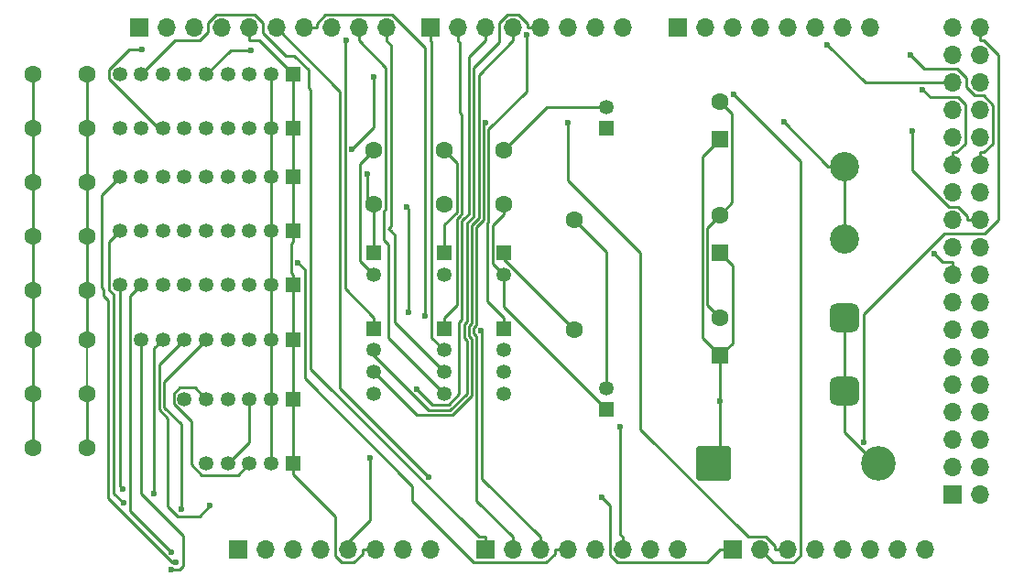
<source format=gbr>
%TF.GenerationSoftware,KiCad,Pcbnew,9.0.3*%
%TF.CreationDate,2026-02-23T11:54:41+01:00*%
%TF.ProjectId,Arduino Shield,41726475-696e-46f2-9053-6869656c642e,rev?*%
%TF.SameCoordinates,Original*%
%TF.FileFunction,Copper,L2,Bot*%
%TF.FilePolarity,Positive*%
%FSLAX46Y46*%
G04 Gerber Fmt 4.6, Leading zero omitted, Abs format (unit mm)*
G04 Created by KiCad (PCBNEW 9.0.3) date 2026-02-23 11:54:41*
%MOMM*%
%LPD*%
G01*
G04 APERTURE LIST*
G04 Aperture macros list*
%AMRoundRect*
0 Rectangle with rounded corners*
0 $1 Rounding radius*
0 $2 $3 $4 $5 $6 $7 $8 $9 X,Y pos of 4 corners*
0 Add a 4 corners polygon primitive as box body*
4,1,4,$2,$3,$4,$5,$6,$7,$8,$9,$2,$3,0*
0 Add four circle primitives for the rounded corners*
1,1,$1+$1,$2,$3*
1,1,$1+$1,$4,$5*
1,1,$1+$1,$6,$7*
1,1,$1+$1,$8,$9*
0 Add four rect primitives between the rounded corners*
20,1,$1+$1,$2,$3,$4,$5,0*
20,1,$1+$1,$4,$5,$6,$7,0*
20,1,$1+$1,$6,$7,$8,$9,0*
20,1,$1+$1,$8,$9,$2,$3,0*%
G04 Aperture macros list end*
%TA.AperFunction,Conductor*%
%ADD10C,0.150000*%
%TD*%
%TA.AperFunction,ComponentPad*%
%ADD11R,1.700000X1.700000*%
%TD*%
%TA.AperFunction,ComponentPad*%
%ADD12O,1.700000X1.700000*%
%TD*%
%TA.AperFunction,ComponentPad*%
%ADD13RoundRect,0.675000X0.675000X-0.675000X0.675000X0.675000X-0.675000X0.675000X-0.675000X-0.675000X0*%
%TD*%
%TA.AperFunction,ComponentPad*%
%ADD14C,2.700000*%
%TD*%
%TA.AperFunction,ComponentPad*%
%ADD15C,1.600000*%
%TD*%
%TA.AperFunction,ComponentPad*%
%ADD16R,1.350000X1.350000*%
%TD*%
%TA.AperFunction,ComponentPad*%
%ADD17C,1.350000*%
%TD*%
%TA.AperFunction,ComponentPad*%
%ADD18RoundRect,0.250000X-1.350000X-1.350000X1.350000X-1.350000X1.350000X1.350000X-1.350000X1.350000X0*%
%TD*%
%TA.AperFunction,ComponentPad*%
%ADD19C,3.200000*%
%TD*%
%TA.AperFunction,ComponentPad*%
%ADD20RoundRect,0.250000X0.550000X-0.550000X0.550000X0.550000X-0.550000X0.550000X-0.550000X-0.550000X0*%
%TD*%
%TA.AperFunction,ViaPad*%
%ADD21C,0.600000*%
%TD*%
%TA.AperFunction,Conductor*%
%ADD22C,0.250000*%
%TD*%
G04 APERTURE END LIST*
D10*
%TO.N,GND*%
X114000000Y-78500000D02*
X114000000Y-82500000D01*
%TD*%
D11*
%TO.P,J7,1,Pin_1*%
%TO.N,GND*%
X193980000Y-92380000D03*
D12*
%TO.P,J7,2,Pin_2*%
X196520000Y-92380000D03*
%TO.P,J7,3,Pin_3*%
%TO.N,SPI_SCK*%
X193980000Y-89840000D03*
%TO.P,J7,4,Pin_4*%
%TO.N,SD_CS*%
X196520000Y-89840000D03*
%TO.P,J7,5,Pin_5*%
%TO.N,SPI_MISO*%
X193980000Y-87300000D03*
%TO.P,J7,6,Pin_6*%
%TO.N,SPI_MOSI*%
X196520000Y-87300000D03*
%TO.P,J7,7,Pin_7*%
%TO.N,SHARED_RST*%
X193980000Y-84760000D03*
%TO.P,J7,8,Pin_8*%
%TO.N,CH_MAIN_SCR_DC*%
X196520000Y-84760000D03*
%TO.P,J7,9,Pin_9*%
%TO.N,CH5_ENC_SW*%
X193980000Y-82220000D03*
%TO.P,J7,10,Pin_10*%
%TO.N,/47*%
X196520000Y-82220000D03*
%TO.P,J7,11,Pin_11*%
%TO.N,CH5_ENC_CLK*%
X193980000Y-79680000D03*
%TO.P,J7,12,Pin_12*%
%TO.N,CH5_ENC_DT*%
X196520000Y-79680000D03*
%TO.P,J7,13,Pin_13*%
%TO.N,CH5_SCR_CS*%
X193980000Y-77140000D03*
%TO.P,J7,14,Pin_14*%
%TO.N,CH5_SCR_DC*%
X196520000Y-77140000D03*
%TO.P,J7,15,Pin_15*%
%TO.N,CH4_ENC_DT*%
X193980000Y-74600000D03*
%TO.P,J7,16,Pin_16*%
%TO.N,CH4_ENC_SW*%
X196520000Y-74600000D03*
%TO.P,J7,17,Pin_17*%
%TO.N,CH4_SCR_DC*%
X193980000Y-72060000D03*
%TO.P,J7,18,Pin_18*%
%TO.N,CH4_ENC_CLK*%
X196520000Y-72060000D03*
%TO.P,J7,19,Pin_19*%
%TO.N,CH3_ENC_SW*%
X193980000Y-69520000D03*
%TO.P,J7,20,Pin_20*%
%TO.N,CH4_SCR_CS*%
X196520000Y-69520000D03*
%TO.P,J7,21,Pin_21*%
%TO.N,CH3_ENC_CLK*%
X193980000Y-66980000D03*
%TO.P,J7,22,Pin_22*%
%TO.N,CH3_ENC_DT*%
X196520000Y-66980000D03*
%TO.P,J7,23,Pin_23*%
%TO.N,CH3_SCR_CS*%
X193980000Y-64440000D03*
%TO.P,J7,24,Pin_24*%
%TO.N,CH3_SCR_DC*%
X196520000Y-64440000D03*
%TO.P,J7,25,Pin_25*%
%TO.N,CH2_ENC_DT*%
X193980000Y-61900000D03*
%TO.P,J7,26,Pin_26*%
%TO.N,CH2_ENC_SW*%
X196520000Y-61900000D03*
%TO.P,J7,27,Pin_27*%
%TO.N,CH2_SCR_DC*%
X193980000Y-59360000D03*
%TO.P,J7,28,Pin_28*%
%TO.N,CH2_ENC_CLK*%
X196520000Y-59360000D03*
%TO.P,J7,29,Pin_29*%
%TO.N,CH1_ENC_SW*%
X193980000Y-56820000D03*
%TO.P,J7,30,Pin_30*%
%TO.N,CH2_SCR_CS*%
X196520000Y-56820000D03*
%TO.P,J7,31,Pin_31*%
%TO.N,CH1_ENC_CLK*%
X193980000Y-54280000D03*
%TO.P,J7,32,Pin_32*%
%TO.N,CH1_ENC_DT*%
X196520000Y-54280000D03*
%TO.P,J7,33,Pin_33*%
%TO.N,CH1_SCR_CS*%
X193980000Y-51740000D03*
%TO.P,J7,34,Pin_34*%
%TO.N,CH1_SCR_DC*%
X196520000Y-51740000D03*
%TO.P,J7,35,Pin_35*%
%TO.N,+5V*%
X193980000Y-49200000D03*
%TO.P,J7,36,Pin_36*%
X196520000Y-49200000D03*
%TD*%
D11*
%TO.P,J1,1,Pin_1*%
%TO.N,unconnected-(J1-Pin_1-Pad1)*%
X127940000Y-97460000D03*
D12*
%TO.P,J1,2,Pin_2*%
%TO.N,/IOREF*%
X130480000Y-97460000D03*
%TO.P,J1,3,Pin_3*%
%TO.N,/~{RESET}*%
X133020000Y-97460000D03*
%TO.P,J1,4,Pin_4*%
%TO.N,+3V3*%
X135560000Y-97460000D03*
%TO.P,J1,5,Pin_5*%
%TO.N,+5V*%
X138100000Y-97460000D03*
%TO.P,J1,6,Pin_6*%
%TO.N,GND*%
X140640000Y-97460000D03*
%TO.P,J1,7,Pin_7*%
X143180000Y-97460000D03*
%TO.P,J1,8,Pin_8*%
%TO.N,VCC*%
X145720000Y-97460000D03*
%TD*%
D11*
%TO.P,J3,1,Pin_1*%
%TO.N,CH1_FADER_OUT*%
X150800000Y-97460000D03*
D12*
%TO.P,J3,2,Pin_2*%
%TO.N,CH2_FADER_OUT*%
X153340000Y-97460000D03*
%TO.P,J3,3,Pin_3*%
%TO.N,CH3_FADER_OUT*%
X155880000Y-97460000D03*
%TO.P,J3,4,Pin_4*%
%TO.N,CH4_FADER_OUT*%
X158420000Y-97460000D03*
%TO.P,J3,5,Pin_5*%
%TO.N,CH5_FADER_OUT*%
X160960000Y-97460000D03*
%TO.P,J3,6,Pin_6*%
%TO.N,CH_MAIN_SCR_CS*%
X163500000Y-97460000D03*
%TO.P,J3,7,Pin_7*%
%TO.N,CH_MAIN_ENC_CLK*%
X166040000Y-97460000D03*
%TO.P,J3,8,Pin_8*%
%TO.N,CH_MAIN_ENC_DT*%
X168580000Y-97460000D03*
%TD*%
D11*
%TO.P,J5,1,Pin_1*%
%TO.N,CH_MAIN_ENC_SW*%
X173660000Y-97460000D03*
D12*
%TO.P,J5,2,Pin_2*%
%TO.N,CH1_SCR_RST*%
X176200000Y-97460000D03*
%TO.P,J5,3,Pin_3*%
%TO.N,CH2_SCR_RST*%
X178740000Y-97460000D03*
%TO.P,J5,4,Pin_4*%
%TO.N,CH3_SCR_RST*%
X181280000Y-97460000D03*
%TO.P,J5,5,Pin_5*%
%TO.N,CH4_SCR_RST*%
X183820000Y-97460000D03*
%TO.P,J5,6,Pin_6*%
%TO.N,CH5_SCR_RST*%
X186360000Y-97460000D03*
%TO.P,J5,7,Pin_7*%
%TO.N,MAIN_SCR_RST*%
X188900000Y-97460000D03*
%TO.P,J5,8,Pin_8*%
%TO.N,/A15*%
X191440000Y-97460000D03*
%TD*%
D11*
%TO.P,J2,1,Pin_1*%
%TO.N,/SCL{slash}21*%
X118796000Y-49200000D03*
D12*
%TO.P,J2,2,Pin_2*%
%TO.N,/SDA{slash}20*%
X121336000Y-49200000D03*
%TO.P,J2,3,Pin_3*%
%TO.N,/AREF*%
X123876000Y-49200000D03*
%TO.P,J2,4,Pin_4*%
%TO.N,GND*%
X126416000Y-49200000D03*
%TO.P,J2,5,Pin_5*%
X128956000Y-49200000D03*
%TO.P,J2,6,Pin_6*%
%TO.N,SCR_BL_PWM*%
X131496000Y-49200000D03*
%TO.P,J2,7,Pin_7*%
%TO.N,CH5_MOTOR_B*%
X134036000Y-49200000D03*
%TO.P,J2,8,Pin_8*%
%TO.N,CH5_MOTOR_A*%
X136576000Y-49200000D03*
%TO.P,J2,9,Pin_9*%
%TO.N,CH4_MOTOR_B*%
X139116000Y-49200000D03*
%TO.P,J2,10,Pin_10*%
%TO.N,CH4_MOTOR_A*%
X141656000Y-49200000D03*
%TD*%
D11*
%TO.P,J4,1,Pin_1*%
%TO.N,CH3_MOTOR_B*%
X145720000Y-49200000D03*
D12*
%TO.P,J4,2,Pin_2*%
%TO.N,CH3_MOTOR_A*%
X148260000Y-49200000D03*
%TO.P,J4,3,Pin_3*%
%TO.N,CH2_MOTOR_B*%
X150800000Y-49200000D03*
%TO.P,J4,4,Pin_4*%
%TO.N,CH2_MOTOR_A*%
X153340000Y-49200000D03*
%TO.P,J4,5,Pin_5*%
%TO.N,CH1_MOTOR_B*%
X155880000Y-49200000D03*
%TO.P,J4,6,Pin_6*%
%TO.N,CH1_MOTOR_A*%
X158420000Y-49200000D03*
%TO.P,J4,7,Pin_7*%
%TO.N,/TX0{slash}1*%
X160960000Y-49200000D03*
%TO.P,J4,8,Pin_8*%
%TO.N,/RX0{slash}0*%
X163500000Y-49200000D03*
%TD*%
D11*
%TO.P,J6,1,Pin_1*%
%TO.N,/TX3{slash}14*%
X168580000Y-49200000D03*
D12*
%TO.P,J6,2,Pin_2*%
%TO.N,/RX3{slash}15*%
X171120000Y-49200000D03*
%TO.P,J6,3,Pin_3*%
%TO.N,/TX2{slash}16*%
X173660000Y-49200000D03*
%TO.P,J6,4,Pin_4*%
%TO.N,/RX2{slash}17*%
X176200000Y-49200000D03*
%TO.P,J6,5,Pin_5*%
%TO.N,/TX1{slash}18*%
X178740000Y-49200000D03*
%TO.P,J6,6,Pin_6*%
%TO.N,/RX1{slash}19*%
X181280000Y-49200000D03*
%TO.P,J6,7,Pin_7*%
%TO.N,/SDA{slash}20*%
X183820000Y-49200000D03*
%TO.P,J6,8,Pin_8*%
%TO.N,/SCL{slash}21*%
X186360000Y-49200000D03*
%TD*%
D13*
%TO.P,F1,1*%
%TO.N,Net-(D1-A)*%
X184000000Y-82800000D03*
X184000000Y-76040000D03*
D14*
%TO.P,F1,2*%
%TO.N,Net-(J18-Pin_1)*%
X184000000Y-68760000D03*
X184000000Y-62000000D03*
%TD*%
D15*
%TO.P,C15,1*%
%TO.N,GND*%
X114000000Y-78000000D03*
%TO.P,C15,2*%
%TO.N,E_VCC*%
X109000000Y-78000000D03*
%TD*%
%TO.P,C8,1*%
%TO.N,E_VCC*%
X152500000Y-65500000D03*
%TO.P,C8,2*%
%TO.N,GND*%
X152500000Y-60500000D03*
%TD*%
D16*
%TO.P,J22,1,Pin_1*%
%TO.N,GND*%
X140500000Y-70000000D03*
D17*
%TO.P,J22,2,Pin_2*%
%TO.N,E_VCC*%
X140500000Y-72000000D03*
%TD*%
D15*
%TO.P,C9,1*%
%TO.N,GND*%
X114000000Y-83000000D03*
%TO.P,C9,2*%
%TO.N,E_VCC*%
X109000000Y-83000000D03*
%TD*%
D16*
%TO.P,J9,1,Pin_1*%
%TO.N,GND*%
X133000000Y-53500000D03*
D17*
%TO.P,J9,2,Pin_2*%
%TO.N,E_VCC*%
X131000000Y-53500000D03*
%TO.P,J9,3,Pin_3*%
%TO.N,CH1_SCR_CS*%
X129000000Y-53500000D03*
%TO.P,J9,4,Pin_4*%
%TO.N,CH1_SCR_DC*%
X127000000Y-53500000D03*
%TO.P,J9,5,Pin_5*%
%TO.N,CH1_ENC_CLK*%
X125000000Y-53500000D03*
%TO.P,J9,6,Pin_6*%
%TO.N,CH1_ENC_DT*%
X123000000Y-53500000D03*
%TO.P,J9,7,Pin_7*%
%TO.N,CH1_ENC_SW*%
X121000000Y-53500000D03*
%TO.P,J9,8,Pin_8*%
%TO.N,CH1_FADER_OUT*%
X119000000Y-53500000D03*
%TO.P,J9,9,Pin_9*%
%TO.N,CH1_SCR_RST*%
X117000000Y-53500000D03*
%TD*%
D16*
%TO.P,J19,1,Pin_1*%
%TO.N,GND*%
X152500000Y-70000000D03*
D17*
%TO.P,J19,2,Pin_2*%
%TO.N,E_VCC*%
X152500000Y-72000000D03*
%TD*%
D15*
%TO.P,C7,1*%
%TO.N,E_VCC*%
X147000000Y-65500000D03*
%TO.P,C7,2*%
%TO.N,GND*%
X147000000Y-60500000D03*
%TD*%
%TO.P,C13,1*%
%TO.N,GND*%
X114000000Y-73500000D03*
%TO.P,C13,2*%
%TO.N,E_VCC*%
X109000000Y-73500000D03*
%TD*%
D16*
%TO.P,J14,1,Pin_1*%
%TO.N,GND*%
X133000000Y-78000000D03*
D17*
%TO.P,J14,2,Pin_2*%
%TO.N,E_VCC*%
X131000000Y-78000000D03*
%TO.P,J14,3,Pin_3*%
%TO.N,CH_MAIN_SCR_CS*%
X129000000Y-78000000D03*
%TO.P,J14,4,Pin_4*%
%TO.N,CH_MAIN_SCR_DC*%
X127000000Y-78000000D03*
%TO.P,J14,5,Pin_5*%
%TO.N,CH_MAIN_ENC_CLK*%
X125000000Y-78000000D03*
%TO.P,J14,6,Pin_6*%
%TO.N,CH_MAIN_ENC_DT*%
X123000000Y-78000000D03*
%TO.P,J14,7,Pin_7*%
%TO.N,CH_MAIN_ENC_SW*%
X121000000Y-78000000D03*
%TO.P,J14,8,Pin_8*%
%TO.N,MAIN_SCR_RST*%
X119000000Y-78000000D03*
%TD*%
D16*
%TO.P,J12,1,Pin_1*%
%TO.N,GND*%
X133000000Y-68000000D03*
D17*
%TO.P,J12,2,Pin_2*%
%TO.N,E_VCC*%
X131000000Y-68000000D03*
%TO.P,J12,3,Pin_3*%
%TO.N,CH4_SCR_CS*%
X129000000Y-68000000D03*
%TO.P,J12,4,Pin_4*%
%TO.N,CH4_SCR_DC*%
X127000000Y-68000000D03*
%TO.P,J12,5,Pin_5*%
%TO.N,CH4_ENC_CLK*%
X125000000Y-68000000D03*
%TO.P,J12,6,Pin_6*%
%TO.N,CH4_ENC_DT*%
X123000000Y-68000000D03*
%TO.P,J12,7,Pin_7*%
%TO.N,CH4_ENC_SW*%
X121000000Y-68000000D03*
%TO.P,J12,8,Pin_8*%
%TO.N,CH4_FADER_OUT*%
X119000000Y-68000000D03*
%TO.P,J12,9,Pin_9*%
%TO.N,CH4_SCR_RST*%
X117000000Y-68000000D03*
%TD*%
D16*
%TO.P,J21,1,Pin_1*%
%TO.N,GND*%
X147000000Y-70000000D03*
D17*
%TO.P,J21,2,Pin_2*%
%TO.N,E_VCC*%
X147000000Y-72000000D03*
%TD*%
D18*
%TO.P,D1,1,K*%
%TO.N,E_VCC*%
X171880000Y-89500000D03*
D19*
%TO.P,D1,2,A*%
%TO.N,Net-(D1-A)*%
X187120000Y-89500000D03*
%TD*%
D20*
%TO.P,C2,1*%
%TO.N,E_VCC*%
X172500000Y-70000000D03*
D15*
%TO.P,C2,2*%
%TO.N,GND*%
X172500000Y-66500000D03*
%TD*%
%TO.P,C14,1*%
%TO.N,GND*%
X114000000Y-68500000D03*
%TO.P,C14,2*%
%TO.N,E_VCC*%
X109000000Y-68500000D03*
%TD*%
D16*
%TO.P,J23,1,Pin_1*%
%TO.N,E_VCC*%
X162000000Y-84500000D03*
D17*
%TO.P,J23,2,Pin_2*%
%TO.N,Net-(J23-Pin_2)*%
X162000000Y-82500000D03*
%TD*%
D16*
%TO.P,J18,1,Pin_1*%
%TO.N,Net-(J18-Pin_1)*%
X162000000Y-58500000D03*
D17*
%TO.P,J18,2,Pin_2*%
%TO.N,GND*%
X162000000Y-56500000D03*
%TD*%
D16*
%TO.P,J15,1,Pin_1*%
%TO.N,CH5_MOTOR_A*%
X152500000Y-77000000D03*
D17*
%TO.P,J15,2,Pin_2*%
%TO.N,CH5_MOTOR_B*%
X152500000Y-79000000D03*
%TO.P,J15,3,Pin_3*%
%TO.N,unconnected-(J15-Pin_3-Pad3)*%
X152500000Y-81000000D03*
%TO.P,J15,4,Pin_4*%
%TO.N,unconnected-(J15-Pin_4-Pad4)*%
X152500000Y-83000000D03*
%TD*%
D16*
%TO.P,J8,1,Pin_1*%
%TO.N,GND*%
X133000000Y-89500000D03*
D17*
%TO.P,J8,2,Pin_2*%
%TO.N,E_VCC*%
X131000000Y-89500000D03*
%TO.P,J8,3,Pin_3*%
%TO.N,SPI_SCK*%
X129000000Y-89500000D03*
%TO.P,J8,4,Pin_4*%
%TO.N,SPI_MOSI*%
X127000000Y-89500000D03*
%TO.P,J8,5,Pin_5*%
%TO.N,SCR_BL_PWM*%
X125000000Y-89500000D03*
%TD*%
D20*
%TO.P,C1,1*%
%TO.N,E_VCC*%
X172500000Y-59500000D03*
D15*
%TO.P,C1,2*%
%TO.N,GND*%
X172500000Y-56000000D03*
%TD*%
%TO.P,C6,1*%
%TO.N,GND*%
X140500000Y-65500000D03*
%TO.P,C6,2*%
%TO.N,E_VCC*%
X140500000Y-60500000D03*
%TD*%
%TO.P,C10,1*%
%TO.N,GND*%
X114000000Y-53500000D03*
%TO.P,C10,2*%
%TO.N,E_VCC*%
X109000000Y-53500000D03*
%TD*%
D20*
%TO.P,C3,1*%
%TO.N,E_VCC*%
X172500000Y-79500000D03*
D15*
%TO.P,C3,2*%
%TO.N,GND*%
X172500000Y-76000000D03*
%TD*%
D16*
%TO.P,J10,1,Pin_1*%
%TO.N,GND*%
X133000000Y-58500000D03*
D17*
%TO.P,J10,2,Pin_2*%
%TO.N,E_VCC*%
X131000000Y-58500000D03*
%TO.P,J10,3,Pin_3*%
%TO.N,CH2_SCR_CS*%
X129000000Y-58500000D03*
%TO.P,J10,4,Pin_4*%
%TO.N,CH2_SCR_DC*%
X127000000Y-58500000D03*
%TO.P,J10,5,Pin_5*%
%TO.N,CH2_ENC_CLK*%
X125000000Y-58500000D03*
%TO.P,J10,6,Pin_6*%
%TO.N,CH2_ENC_DT*%
X123000000Y-58500000D03*
%TO.P,J10,7,Pin_7*%
%TO.N,CH2_ENC_SW*%
X121000000Y-58500000D03*
%TO.P,J10,8,Pin_8*%
%TO.N,CH2_FADER_OUT*%
X119000000Y-58500000D03*
%TO.P,J10,9,Pin_9*%
%TO.N,CH2_SCR_RST*%
X117000000Y-58500000D03*
%TD*%
D16*
%TO.P,J11,1,Pin_1*%
%TO.N,GND*%
X133000000Y-63000000D03*
D17*
%TO.P,J11,2,Pin_2*%
%TO.N,E_VCC*%
X131000000Y-63000000D03*
%TO.P,J11,3,Pin_3*%
%TO.N,CH3_SCR_CS*%
X129000000Y-63000000D03*
%TO.P,J11,4,Pin_4*%
%TO.N,CH3_SCR_DC*%
X127000000Y-63000000D03*
%TO.P,J11,5,Pin_5*%
%TO.N,CH3_ENC_CLK*%
X125000000Y-63000000D03*
%TO.P,J11,6,Pin_6*%
%TO.N,CH3_ENC_DT*%
X123000000Y-63000000D03*
%TO.P,J11,7,Pin_7*%
%TO.N,CH3_ENC_SW*%
X121000000Y-63000000D03*
%TO.P,J11,8,Pin_8*%
%TO.N,CH3_FADER_OUT*%
X119000000Y-63000000D03*
%TO.P,J11,9,Pin_9*%
%TO.N,CH3_SCR_RST*%
X117000000Y-63000000D03*
%TD*%
D16*
%TO.P,J17,1,Pin_1*%
%TO.N,CH1_MOTOR_A*%
X140500000Y-77000000D03*
D17*
%TO.P,J17,2,Pin_2*%
%TO.N,CH1_MOTOR_B*%
X140500000Y-79000000D03*
%TO.P,J17,3,Pin_3*%
%TO.N,CH2_MOTOR_A*%
X140500000Y-81000000D03*
%TO.P,J17,4,Pin_4*%
%TO.N,CH2_MOTOR_B*%
X140500000Y-83000000D03*
%TD*%
D15*
%TO.P,C11,1*%
%TO.N,GND*%
X114000000Y-58500000D03*
%TO.P,C11,2*%
%TO.N,E_VCC*%
X109000000Y-58500000D03*
%TD*%
%TO.P,R1,1*%
%TO.N,Net-(J23-Pin_2)*%
X159000000Y-66920000D03*
%TO.P,R1,2*%
%TO.N,GND*%
X159000000Y-77080000D03*
%TD*%
%TO.P,C4,1*%
%TO.N,GND*%
X114000000Y-88000000D03*
%TO.P,C4,2*%
%TO.N,E_VCC*%
X109000000Y-88000000D03*
%TD*%
%TO.P,C12,1*%
%TO.N,GND*%
X114000000Y-63500000D03*
%TO.P,C12,2*%
%TO.N,E_VCC*%
X109000000Y-63500000D03*
%TD*%
D16*
%TO.P,J16,1,Pin_1*%
%TO.N,CH3_MOTOR_A*%
X147000000Y-77000000D03*
D17*
%TO.P,J16,2,Pin_2*%
%TO.N,CH3_MOTOR_B*%
X147000000Y-79000000D03*
%TO.P,J16,3,Pin_3*%
%TO.N,CH4_MOTOR_A*%
X147000000Y-81000000D03*
%TO.P,J16,4,Pin_4*%
%TO.N,CH4_MOTOR_B*%
X147000000Y-83000000D03*
%TD*%
D16*
%TO.P,J13,1,Pin_1*%
%TO.N,GND*%
X133000000Y-73000000D03*
D17*
%TO.P,J13,2,Pin_2*%
%TO.N,E_VCC*%
X131000000Y-73000000D03*
%TO.P,J13,3,Pin_3*%
%TO.N,CH5_SCR_CS*%
X129000000Y-73000000D03*
%TO.P,J13,4,Pin_4*%
%TO.N,CH5_SCR_DC*%
X127000000Y-73000000D03*
%TO.P,J13,5,Pin_5*%
%TO.N,CH5_ENC_CLK*%
X125000000Y-73000000D03*
%TO.P,J13,6,Pin_6*%
%TO.N,CH5_ENC_DT*%
X123000000Y-73000000D03*
%TO.P,J13,7,Pin_7*%
%TO.N,CH5_ENC_SW*%
X121000000Y-73000000D03*
%TO.P,J13,8,Pin_8*%
%TO.N,CH5_FADER_OUT*%
X119000000Y-73000000D03*
%TO.P,J13,9,Pin_9*%
%TO.N,CH5_SCR_RST*%
X117000000Y-73000000D03*
%TD*%
D16*
%TO.P,J20,1,Pin_1*%
%TO.N,GND*%
X133000000Y-83500000D03*
D17*
%TO.P,J20,2,Pin_2*%
%TO.N,E_VCC*%
X131000000Y-83500000D03*
%TO.P,J20,3,Pin_3*%
%TO.N,SPI_MOSI*%
X129000000Y-83500000D03*
%TO.P,J20,4,Pin_4*%
%TO.N,SPI_MISO*%
X127000000Y-83500000D03*
%TO.P,J20,5,Pin_5*%
%TO.N,SPI_SCK*%
X125000000Y-83500000D03*
%TO.P,J20,6,Pin_6*%
%TO.N,SD_CS*%
X123000000Y-83500000D03*
%TD*%
D21*
%TO.N,GND*%
X139876600Y-62671800D03*
%TO.N,E_VCC*%
X172500000Y-83740200D03*
%TO.N,+5V*%
X185811400Y-87532800D03*
X140125000Y-89002000D03*
%TO.N,CH5_SCR_RST*%
X117282000Y-91840500D03*
%TO.N,MAIN_SCR_RST*%
X121748900Y-99304000D03*
%TO.N,CH3_SCR_RST*%
X122240000Y-98636700D03*
%TO.N,CH4_SCR_RST*%
X117352800Y-93149300D03*
%TO.N,CH1_SCR_RST*%
X173745900Y-55316200D03*
%TO.N,CH2_SCR_RST*%
X158480900Y-58001500D03*
%TO.N,Net-(J18-Pin_1)*%
X178382100Y-57900700D03*
%TO.N,SCR_BL_PWM*%
X145596000Y-90773400D03*
%TO.N,CH1_ENC_CLK*%
X182406500Y-50754800D03*
X129185900Y-51251200D03*
%TO.N,CH2_ENC_SW*%
X119091800Y-51195100D03*
X190081200Y-51721200D03*
%TO.N,CH2_FADER_OUT*%
X150813300Y-57964600D03*
%TO.N,CH2_ENC_DT*%
X191223100Y-54889500D03*
X140493100Y-53750600D03*
X138462100Y-60464900D03*
%TO.N,CH3_ENC_DT*%
X190249400Y-58713300D03*
%TO.N,CH3_FADER_OUT*%
X150383200Y-77227300D03*
X143531900Y-65772400D03*
X143704100Y-75536100D03*
%TO.N,CH4_FADER_OUT*%
X133489900Y-70906600D03*
%TO.N,CH4_SCR_DC*%
X192266800Y-70077000D03*
%TO.N,CH5_FADER_OUT*%
X121806300Y-97672700D03*
%TO.N,CH_MAIN_ENC_DT*%
X125350700Y-93399200D03*
%TO.N,CH_MAIN_ENC_CLK*%
X122672500Y-93712600D03*
%TO.N,CH_MAIN_ENC_SW*%
X120198500Y-92299400D03*
X161580600Y-92607200D03*
%TO.N,CH_MAIN_SCR_CS*%
X163262100Y-86098200D03*
%TO.N,CH5_MOTOR_A*%
X154610000Y-49851200D03*
%TO.N,CH5_MOTOR_B*%
X145204000Y-75797400D03*
%TO.N,CH2_MOTOR_B*%
X144481800Y-82584200D03*
%TO.N,CH1_MOTOR_A*%
X137974500Y-50373100D03*
%TD*%
D22*
%TO.N,GND*%
X133000000Y-63000000D02*
X133000000Y-68000000D01*
X114000000Y-73500000D02*
X114000000Y-78000000D01*
X162000000Y-56500000D02*
X156500000Y-56500000D01*
X133000000Y-83500000D02*
X133000000Y-89500000D01*
X173633800Y-65366200D02*
X172500000Y-66500000D01*
X128956000Y-49200000D02*
X128956000Y-50376700D01*
X173633800Y-57133800D02*
X173633800Y-65366200D01*
X133000000Y-69001700D02*
X132863200Y-69138500D01*
X133000000Y-83500000D02*
X133000000Y-78000000D01*
X114000000Y-68500000D02*
X114000000Y-73500000D01*
X133000000Y-53500000D02*
X133000000Y-58500000D01*
X147000000Y-60500000D02*
X148181200Y-61681200D01*
X133000000Y-89500000D02*
X133000000Y-90501700D01*
X136914200Y-98013900D02*
X136914200Y-94415900D01*
X114000000Y-53500000D02*
X114000000Y-58500000D01*
X114000000Y-63500000D02*
X114000000Y-58500000D01*
X133000000Y-53500000D02*
X129876700Y-50376700D01*
X132863200Y-69138500D02*
X132863200Y-71861500D01*
X159000000Y-77080000D02*
X152500000Y-70580000D01*
X140500000Y-70000000D02*
X140500000Y-65500000D01*
X137552600Y-98652300D02*
X136914200Y-98013900D01*
X172500000Y-76000000D02*
X171328400Y-74828400D01*
X139463300Y-97460000D02*
X139463300Y-97827700D01*
X114000000Y-83000000D02*
X114000000Y-88000000D01*
X148181200Y-61681200D02*
X148181200Y-66230000D01*
X138638700Y-98652300D02*
X137552600Y-98652300D01*
X148181200Y-66230000D02*
X147000000Y-67411200D01*
X139463300Y-97827700D02*
X138638700Y-98652300D01*
X129876700Y-50376700D02*
X128956000Y-50376700D01*
X140500000Y-65500000D02*
X139876600Y-64876600D01*
X132863200Y-71861500D02*
X133000000Y-71998300D01*
X133000000Y-73000000D02*
X133000000Y-71998300D01*
X133000000Y-78000000D02*
X133000000Y-73000000D01*
X171328400Y-74828400D02*
X171328400Y-67671600D01*
X172500000Y-56000000D02*
X173633800Y-57133800D01*
X139876600Y-64876600D02*
X139876600Y-62671800D01*
X133000000Y-63000000D02*
X133000000Y-58500000D01*
X171328400Y-67671600D02*
X172500000Y-66500000D01*
X114000000Y-63500000D02*
X114000000Y-68500000D01*
X156500000Y-56500000D02*
X152500000Y-60500000D01*
X147000000Y-67411200D02*
X147000000Y-68998300D01*
X136914200Y-94415900D02*
X133000000Y-90501700D01*
X147000000Y-70000000D02*
X147000000Y-68998300D01*
X152500000Y-70580000D02*
X152500000Y-70000000D01*
X140640000Y-97460000D02*
X139463300Y-97460000D01*
X133000000Y-68000000D02*
X133000000Y-69001700D01*
%TO.N,Net-(J23-Pin_2)*%
X162000000Y-69920000D02*
X162000000Y-82500000D01*
X159000000Y-66920000D02*
X162000000Y-69920000D01*
%TO.N,E_VCC*%
X172500000Y-79500000D02*
X172500000Y-83740200D01*
X152500000Y-72000000D02*
X151478400Y-70978400D01*
X172500000Y-88880000D02*
X171880000Y-89500000D01*
X109000000Y-73500000D02*
X109000000Y-78000000D01*
X152500000Y-66402900D02*
X152500000Y-65500000D01*
X173642300Y-71142300D02*
X172500000Y-70000000D01*
X109000000Y-53500000D02*
X109000000Y-58500000D01*
X172500000Y-83740200D02*
X172500000Y-88880000D01*
X162000000Y-84500000D02*
X152500000Y-75000000D01*
X152500000Y-75000000D02*
X152500000Y-72000000D01*
X172500000Y-79500000D02*
X173642300Y-78357700D01*
X131000000Y-83500000D02*
X131000000Y-78000000D01*
X109000000Y-88000000D02*
X109000000Y-83000000D01*
X131000000Y-89500000D02*
X131000000Y-83500000D01*
X109000000Y-63500000D02*
X109000000Y-58500000D01*
X131000000Y-53500000D02*
X131000000Y-58500000D01*
X140500000Y-60500000D02*
X139249900Y-61750100D01*
X151478400Y-70978400D02*
X151478400Y-67424500D01*
X139249900Y-61750100D02*
X139249900Y-70749900D01*
X131000000Y-78000000D02*
X131000000Y-73000000D01*
X131000000Y-63000000D02*
X131000000Y-58500000D01*
X172500000Y-59500000D02*
X170876700Y-61123300D01*
X131000000Y-68000000D02*
X131000000Y-63000000D01*
X131000000Y-73000000D02*
X131000000Y-68000000D01*
X139249900Y-70749900D02*
X140500000Y-72000000D01*
X109000000Y-73500000D02*
X109000000Y-68500000D01*
X109000000Y-78000000D02*
X109000000Y-83000000D01*
X170876700Y-77876700D02*
X172500000Y-79500000D01*
X109000000Y-68500000D02*
X109000000Y-63500000D01*
X173642300Y-78357700D02*
X173642300Y-71142300D01*
X151478400Y-67424500D02*
X152500000Y-66402900D01*
X170876700Y-61123300D02*
X170876700Y-77876700D01*
%TO.N,+5V*%
X138100000Y-97460000D02*
X138100000Y-96759100D01*
X196887700Y-50376700D02*
X198233600Y-51722600D01*
X196520000Y-50376700D02*
X196887700Y-50376700D01*
X198233600Y-66950500D02*
X196934100Y-68250000D01*
X193207600Y-68250000D02*
X185811400Y-75646200D01*
X140125000Y-94734100D02*
X140125000Y-89002000D01*
X185811400Y-75646200D02*
X185811400Y-87532800D01*
X196934100Y-68250000D02*
X193207600Y-68250000D01*
X198233600Y-51722600D02*
X198233600Y-66950500D01*
X196520000Y-49200000D02*
X196520000Y-50376700D01*
X138100000Y-96759100D02*
X140125000Y-94734100D01*
%TO.N,CH5_SCR_RST*%
X117000000Y-91558500D02*
X117282000Y-91840500D01*
X117000000Y-73000000D02*
X117000000Y-91558500D01*
%TO.N,MAIN_SCR_RST*%
X122540200Y-99304000D02*
X121748900Y-99304000D01*
X122902700Y-96175300D02*
X122902700Y-98941500D01*
X119000000Y-78000000D02*
X119000000Y-92272600D01*
X122902700Y-98941500D02*
X122540200Y-99304000D01*
X119000000Y-92272600D02*
X122902700Y-96175300D01*
%TO.N,CH3_SCR_RST*%
X115509900Y-73962300D02*
X115774500Y-74226900D01*
X115961600Y-92718000D02*
X115961600Y-74414000D01*
X115359500Y-73223900D02*
X115509900Y-73374300D01*
X115774500Y-74226900D02*
X115961600Y-74414000D01*
X115359500Y-73223900D02*
X115509900Y-73374300D01*
X115774500Y-74226900D02*
X115961600Y-74414000D01*
X122240000Y-98636700D02*
X121880300Y-98636700D01*
X121880300Y-98636700D02*
X115961600Y-92718000D01*
X115359500Y-73223900D02*
X115359500Y-64640500D01*
X115509900Y-73374300D02*
X115509900Y-73962300D01*
X115359500Y-64640500D02*
X117000000Y-63000000D01*
%TO.N,CH4_SCR_RST*%
X117352800Y-93149300D02*
X116480800Y-92277300D01*
X115998300Y-69001700D02*
X117000000Y-68000000D01*
X116480800Y-73897400D02*
X115998300Y-73414900D01*
X115998300Y-73414900D02*
X115998300Y-69001700D01*
X116480800Y-92277300D02*
X116480800Y-73897400D01*
%TO.N,CH1_SCR_RST*%
X179279400Y-98636700D02*
X179916700Y-97999400D01*
X179916700Y-97999400D02*
X179916700Y-61487000D01*
X179916700Y-61487000D02*
X173745900Y-55316200D01*
X176200000Y-97460000D02*
X177376700Y-98636700D01*
X177376700Y-98636700D02*
X179279400Y-98636700D01*
%TO.N,CH2_SCR_RST*%
X158480900Y-63275900D02*
X158480900Y-58001500D01*
X177563300Y-97460000D02*
X177563300Y-97092200D01*
X165168900Y-69963900D02*
X158480900Y-63275900D01*
X176754400Y-96283300D02*
X175129600Y-96283300D01*
X165168900Y-86322600D02*
X165168900Y-69963900D01*
X178740000Y-97460000D02*
X177563300Y-97460000D01*
X175129600Y-96283300D02*
X165168900Y-86322600D01*
X177563300Y-97092200D02*
X176754400Y-96283300D01*
%TO.N,Net-(D1-A)*%
X186892400Y-89500000D02*
X187120000Y-89500000D01*
X184000000Y-86607600D02*
X186892400Y-89500000D01*
X184000000Y-82800000D02*
X184000000Y-86607600D01*
X184000000Y-76040000D02*
X184000000Y-82800000D01*
%TO.N,Net-(J18-Pin_1)*%
X182481400Y-62000000D02*
X178382100Y-57900700D01*
X184000000Y-68760000D02*
X184000000Y-62000000D01*
X184000000Y-62000000D02*
X182481400Y-62000000D01*
%TO.N,SCR_BL_PWM*%
X131496000Y-49200000D02*
X137383700Y-55087700D01*
X137383700Y-55087700D02*
X137383700Y-82561100D01*
X137383700Y-82561100D02*
X145596000Y-90773400D01*
%TO.N,SPI_MOSI*%
X129000000Y-83500000D02*
X129000000Y-87500000D01*
X129000000Y-87500000D02*
X127000000Y-89500000D01*
%TO.N,SPI_SCK*%
X123972300Y-82472300D02*
X122574300Y-82472300D01*
X122574300Y-82472300D02*
X121996200Y-83050400D01*
X124561300Y-90534800D02*
X127965200Y-90534800D01*
X125000000Y-83500000D02*
X123972300Y-82472300D01*
X123602400Y-85555800D02*
X123602400Y-89575900D01*
X121996200Y-83050400D02*
X121996200Y-83949600D01*
X127965200Y-90534800D02*
X129000000Y-89500000D01*
X121996200Y-83949600D02*
X123602400Y-85555800D01*
X123602400Y-89575900D02*
X124561300Y-90534800D01*
%TO.N,CH1_ENC_CLK*%
X127248800Y-51251200D02*
X129185900Y-51251200D01*
X193980000Y-54280000D02*
X192803300Y-54280000D01*
X125000000Y-53500000D02*
X127248800Y-51251200D01*
X192803300Y-54280000D02*
X192786100Y-54262800D01*
X185914500Y-54262800D02*
X182406500Y-50754800D01*
X192786100Y-54262800D02*
X185914500Y-54262800D01*
%TO.N,CH1_FADER_OUT*%
X125930100Y-47995300D02*
X129447700Y-47995300D01*
X130226000Y-49650000D02*
X132358000Y-51782000D01*
X129447700Y-47995300D02*
X130226000Y-48773600D01*
X130226000Y-48773600D02*
X130226000Y-49650000D01*
X134475300Y-53102200D02*
X134475300Y-54746300D01*
X134475300Y-54746300D02*
X134657900Y-54928900D01*
X134475300Y-54746300D02*
X134657900Y-54928900D01*
X125146000Y-49631900D02*
X125146000Y-48779400D01*
X125146000Y-48779400D02*
X125930100Y-47995300D01*
X124401200Y-50376700D02*
X125146000Y-49631900D01*
X150219700Y-96283300D02*
X150800000Y-96283300D01*
X150800000Y-97460000D02*
X150800000Y-96283300D01*
X134657900Y-54928900D02*
X134657900Y-80721500D01*
X119000000Y-53500000D02*
X122123300Y-50376700D01*
X133155100Y-51782000D02*
X134475300Y-53102200D01*
X134657900Y-80721500D02*
X150219700Y-96283300D01*
X132358000Y-51782000D02*
X133155100Y-51782000D01*
X122123300Y-50376700D02*
X124401200Y-50376700D01*
%TO.N,CH2_ENC_SW*%
X115998300Y-53085100D02*
X115998300Y-53914900D01*
X194430500Y-52979100D02*
X191339100Y-52979100D01*
X196520000Y-61900000D02*
X196520000Y-60723300D01*
X120583400Y-58500000D02*
X121000000Y-58500000D01*
X119091800Y-51195100D02*
X117888300Y-51195100D01*
X196520000Y-60723300D02*
X196887700Y-60723300D01*
X196858600Y-55468200D02*
X196035000Y-55468200D01*
X197725400Y-56335000D02*
X196858600Y-55468200D01*
X195244200Y-53792800D02*
X194430500Y-52979100D01*
X191339100Y-52979100D02*
X190081200Y-51721200D01*
X195244200Y-54677400D02*
X195244200Y-53792800D01*
X196887700Y-60723300D02*
X197725400Y-59885600D01*
X196035000Y-55468200D02*
X195244200Y-54677400D01*
X115998300Y-53914900D02*
X120583400Y-58500000D01*
X197725400Y-59885600D02*
X197725400Y-56335000D01*
X117888300Y-51195100D02*
X115998300Y-53085100D01*
%TO.N,CH2_FADER_OUT*%
X150638200Y-58139700D02*
X150638200Y-66987100D01*
X150007300Y-67618000D02*
X150007300Y-76717000D01*
X150007300Y-76717000D02*
X149756500Y-76967800D01*
X150007300Y-92950600D02*
X153340000Y-96283300D01*
X149756500Y-76967800D02*
X149756500Y-77486800D01*
X150007300Y-77737600D02*
X150007300Y-92950600D01*
X149756500Y-77486800D02*
X150007300Y-77737600D01*
X153340000Y-97460000D02*
X153340000Y-96283300D01*
X150813300Y-57964600D02*
X150638200Y-58139700D01*
X150638200Y-66987100D02*
X150007300Y-67618000D01*
%TO.N,CH2_ENC_DT*%
X193980000Y-60723300D02*
X194347800Y-60723300D01*
X195156700Y-59914400D02*
X195156700Y-56280000D01*
X193980000Y-61900000D02*
X193980000Y-60723300D01*
X191976900Y-55643300D02*
X191223100Y-54889500D01*
X140493100Y-58433900D02*
X138462100Y-60464900D01*
X194520000Y-55643300D02*
X191976900Y-55643300D01*
X194347800Y-60723300D02*
X195156700Y-59914400D01*
X195156700Y-56280000D02*
X194520000Y-55643300D01*
X140493100Y-53750600D02*
X140493100Y-58433900D01*
%TO.N,CH3_ENC_DT*%
X193652300Y-65803300D02*
X194534400Y-65803300D01*
X195343300Y-66612200D02*
X195343300Y-66980000D01*
X196520000Y-66980000D02*
X195343300Y-66980000D01*
X190249400Y-62400400D02*
X193652300Y-65803300D01*
X190249400Y-58713300D02*
X190249400Y-62400400D01*
X194534400Y-65803300D02*
X195343300Y-66612200D01*
%TO.N,CH3_FADER_OUT*%
X150490100Y-77334200D02*
X150383200Y-77227300D01*
X155880000Y-97460000D02*
X155880000Y-96283300D01*
X143704100Y-75536100D02*
X143704100Y-65944600D01*
X150490100Y-90893400D02*
X150490100Y-77334200D01*
X143704100Y-65944600D02*
X143531900Y-65772400D01*
X155880000Y-96283300D02*
X150490100Y-90893400D01*
%TO.N,CH4_FADER_OUT*%
X134105500Y-81629600D02*
X134105500Y-71522200D01*
X157243300Y-97460000D02*
X157243300Y-97827800D01*
X158420000Y-97460000D02*
X157243300Y-97460000D01*
X144025500Y-91549600D02*
X134105500Y-81629600D01*
X144025500Y-92909100D02*
X144025500Y-91549600D01*
X149753100Y-98636700D02*
X144025500Y-92909100D01*
X156434400Y-98636700D02*
X149753100Y-98636700D01*
X157243300Y-97827800D02*
X156434400Y-98636700D01*
X134105500Y-71522200D02*
X133489900Y-70906600D01*
%TO.N,CH4_SCR_DC*%
X193980000Y-70883300D02*
X193073100Y-70883300D01*
X193073100Y-70883300D02*
X192266800Y-70077000D01*
X193980000Y-72060000D02*
X193980000Y-70883300D01*
%TO.N,CH5_FADER_OUT*%
X117995700Y-93862100D02*
X121806300Y-97672700D01*
X119000000Y-73000000D02*
X117995700Y-74004300D01*
X117995700Y-74004300D02*
X117995700Y-93862100D01*
%TO.N,CH_MAIN_ENC_DT*%
X121449600Y-85282600D02*
X121449600Y-93444700D01*
X124404500Y-94345400D02*
X125350700Y-93399200D01*
X122350300Y-94345400D02*
X124404500Y-94345400D01*
X120643200Y-84476200D02*
X121449600Y-85282600D01*
X121449600Y-93444700D02*
X122350300Y-94345400D01*
X123000000Y-78000000D02*
X120643200Y-80356800D01*
X120643200Y-80356800D02*
X120643200Y-84476200D01*
%TO.N,CH_MAIN_ENC_CLK*%
X121094900Y-81905100D02*
X121094900Y-84289100D01*
X125000000Y-78000000D02*
X121094900Y-81905100D01*
X121094900Y-84289100D02*
X122672500Y-85866700D01*
X122672500Y-85866700D02*
X122672500Y-93712600D01*
%TO.N,CH_MAIN_ENC_SW*%
X120191500Y-92292400D02*
X120198500Y-92299400D01*
X121000000Y-78000000D02*
X120191500Y-78808500D01*
X171292700Y-98650600D02*
X163001200Y-98650600D01*
X163001200Y-98650600D02*
X162323300Y-97972700D01*
X172483300Y-97460000D02*
X171292700Y-98650600D01*
X120191500Y-78808500D02*
X120191500Y-92292400D01*
X162323300Y-93349900D02*
X161580600Y-92607200D01*
X162323300Y-97972700D02*
X162323300Y-93349900D01*
X173660000Y-97460000D02*
X172483300Y-97460000D01*
%TO.N,CH_MAIN_SCR_CS*%
X163262100Y-86098200D02*
X163262100Y-96045400D01*
X163262100Y-96045400D02*
X163500000Y-96283300D01*
X163500000Y-97460000D02*
X163500000Y-96283300D01*
%TO.N,CH5_MOTOR_A*%
X151023200Y-74521500D02*
X151023200Y-67240900D01*
X151023200Y-67240900D02*
X151089900Y-67174200D01*
X152500000Y-75998300D02*
X151023200Y-74521500D01*
X151089900Y-58574300D02*
X154610000Y-55054200D01*
X152500000Y-77000000D02*
X152500000Y-75998300D01*
X154610000Y-55054200D02*
X154610000Y-49851200D01*
X151089900Y-67174200D02*
X151089900Y-58574300D01*
%TO.N,CH5_MOTOR_B*%
X145204000Y-51019400D02*
X145204000Y-75797400D01*
X135212700Y-49200000D02*
X135212700Y-48832300D01*
X136039100Y-48005900D02*
X142190500Y-48005900D01*
X135212700Y-48832300D02*
X136039100Y-48005900D01*
X142190500Y-48005900D02*
X145204000Y-51019400D01*
X134036000Y-49200000D02*
X135212700Y-49200000D01*
%TO.N,CH4_MOTOR_B*%
X139116000Y-49200000D02*
X139116000Y-50376700D01*
X141417500Y-68842400D02*
X141417500Y-66176000D01*
X141417500Y-66176000D02*
X141626700Y-65966800D01*
X141626700Y-65966800D02*
X141626700Y-52887400D01*
X141831300Y-77831300D02*
X141831300Y-69256200D01*
X141831300Y-69256200D02*
X141417500Y-68842400D01*
X141626700Y-52887400D02*
X139116000Y-50376700D01*
X147000000Y-83000000D02*
X141831300Y-77831300D01*
%TO.N,CH3_MOTOR_A*%
X148200500Y-66869600D02*
X148200500Y-74797800D01*
X148200500Y-74797800D02*
X147000000Y-75998300D01*
X148260000Y-50376700D02*
X148468100Y-50584800D01*
X148653700Y-57234000D02*
X148653700Y-66396300D01*
X148653700Y-66396300D02*
X148441500Y-66608500D01*
X148441500Y-66608500D02*
X148441500Y-66628600D01*
X148441500Y-66628600D02*
X148200500Y-66869600D01*
X148468100Y-57048400D02*
X148653700Y-57234000D01*
X148468100Y-57048400D02*
X148653700Y-57234000D01*
X148468100Y-50584800D02*
X148468100Y-57048400D01*
X147000000Y-77000000D02*
X147000000Y-75998300D01*
X148260000Y-49200000D02*
X148260000Y-50376700D01*
%TO.N,CH4_MOTOR_A*%
X142125700Y-67543200D02*
X142125700Y-50846400D01*
X142470200Y-68400700D02*
X142056300Y-67986800D01*
X142470200Y-76470200D02*
X142470200Y-68400700D01*
X141869200Y-67799700D02*
X142125700Y-67543200D01*
X142056300Y-67986800D02*
X141869200Y-67799700D01*
X142125700Y-50846400D02*
X141656000Y-50376700D01*
X147000000Y-81000000D02*
X142470200Y-76470200D01*
X142056300Y-67986800D02*
X141869200Y-67799700D01*
X141656000Y-49200000D02*
X141656000Y-50376700D01*
%TO.N,CH3_MOTOR_B*%
X147000000Y-79000000D02*
X145830700Y-77830700D01*
X145830700Y-50487400D02*
X145720000Y-50376700D01*
X145720000Y-49200000D02*
X145720000Y-50376700D01*
X145830700Y-77830700D02*
X145830700Y-50487400D01*
%TO.N,CH2_MOTOR_B*%
X148652200Y-76155700D02*
X148401400Y-76406500D01*
X148652200Y-67056700D02*
X148652200Y-76155700D01*
X149283100Y-66405700D02*
X148893200Y-66795600D01*
X150800000Y-49200000D02*
X150800000Y-50376700D01*
X149283100Y-51893600D02*
X149283100Y-66405700D01*
X148401400Y-83051600D02*
X147401800Y-84051200D01*
X148401400Y-76406500D02*
X148401400Y-83051600D01*
X150800000Y-50376700D02*
X149283100Y-51893600D01*
X148893200Y-66815700D02*
X148652200Y-67056700D01*
X147401800Y-84051200D02*
X145948800Y-84051200D01*
X148893200Y-66795600D02*
X148893200Y-66815700D01*
X145948800Y-84051200D02*
X144481800Y-82584200D01*
%TO.N,CH1_MOTOR_A*%
X137974500Y-50373100D02*
X137835400Y-50512200D01*
X140500000Y-77000000D02*
X140500000Y-75998300D01*
X137835400Y-50512200D02*
X137835400Y-73333700D01*
X137835400Y-73333700D02*
X140500000Y-75998300D01*
%TO.N,CH1_MOTOR_B*%
X145538800Y-84539600D02*
X140500000Y-79500800D01*
X153894400Y-48023300D02*
X152826200Y-48023300D01*
X154703300Y-49200000D02*
X154703300Y-48832200D01*
X152070000Y-48779500D02*
X152070000Y-50526200D01*
X154703300Y-48832200D02*
X153894400Y-48023300D01*
X148853100Y-77861000D02*
X149103900Y-78111800D01*
X148853100Y-76593600D02*
X148853100Y-77861000D01*
X149103900Y-67243800D02*
X149103900Y-76342800D01*
X140500000Y-79500800D02*
X140500000Y-79000000D01*
X152826200Y-48023300D02*
X152070000Y-48779500D01*
X149103900Y-76342800D02*
X148853100Y-76593600D01*
X149103900Y-82994300D02*
X147558600Y-84539600D01*
X149734800Y-66612900D02*
X149103900Y-67243800D01*
X152070000Y-50526200D02*
X149734800Y-52861400D01*
X149734800Y-52861400D02*
X149734800Y-66612900D01*
X155880000Y-49200000D02*
X154703300Y-49200000D01*
X147558600Y-84539600D02*
X145538800Y-84539600D01*
X149103900Y-78111800D02*
X149103900Y-82994300D01*
%TO.N,CH2_MOTOR_A*%
X149555600Y-83181400D02*
X147745700Y-84991300D01*
X149555600Y-76529900D02*
X149304800Y-76780700D01*
X149304800Y-76780700D02*
X149304800Y-77673900D01*
X153340000Y-49200000D02*
X153340000Y-50376700D01*
X150186500Y-53530200D02*
X150186500Y-66800000D01*
X153340000Y-50376700D02*
X150186500Y-53530200D01*
X144491300Y-84991300D02*
X140500000Y-81000000D01*
X149304800Y-77673900D02*
X149555600Y-77924700D01*
X147745700Y-84991300D02*
X144491300Y-84991300D01*
X149555600Y-67430900D02*
X149555600Y-76529900D01*
X149555600Y-77924700D02*
X149555600Y-83181400D01*
X150186500Y-66800000D02*
X149555600Y-67430900D01*
%TD*%
M02*

</source>
